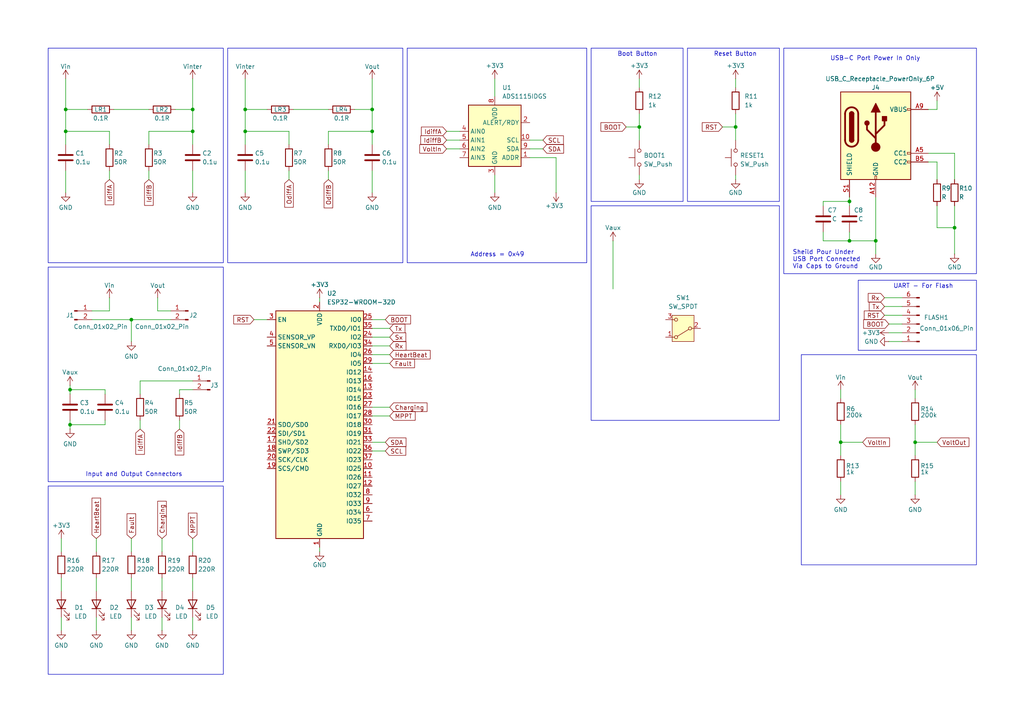
<source format=kicad_sch>
(kicad_sch (version 20250114) (generator "eeschema") (generator_version "9.0")
  (paper "A4")
  (lib_symbols
    (symbol "Analog_ADC:ADS1115IDGS"
      (property "Reference" "U" (at 2.54 13.97 0))
      (property "Value" "ADS1115IDGS" (at 7.62 11.43 0))
      (symbol "ADS1115IDGS_0_1"
        (rectangle (start -7.62 10.16) (end 7.62 -7.62) (stroke (width 0.254)) (fill (type background)))
      )
      (symbol "ADS1115IDGS_1_1"
        (pin input line (at -10.16 2.54 0) (length 2.54) (name "AIN0") (number "4"))
        (pin input line (at -10.16 0 0) (length 2.54) (name "AIN1") (number "5"))
        (pin input line (at -10.16 -2.54 0) (length 2.54) (name "AIN2") (number "6"))
        (pin input line (at -10.16 -5.08 0) (length 2.54) (name "AIN3") (number "7"))
        (pin power_in line (at 0 12.7 270) (length 2.54) (name "VDD") (number "8"))
        (pin power_in line (at 0 -10.16 90) (length 2.54) (name "GND") (number "3"))
        (pin output line (at 10.16 5.08 180) (length 2.54) (name "ALERT/RDY") (number "2"))
        (pin input line (at 10.16 0 180) (length 2.54) (name "SCL") (number "10"))
        (pin bidirectional line (at 10.16 -2.54 180) (length 2.54) (name "SDA") (number "9"))
        (pin input line (at 10.16 -5.08 180) (length 2.54) (name "ADDR") (number "1"))
      )
    )
    (symbol "Connector:Conn_01x02_Pin" (pin_names (offset 1.016) (hide yes))
      (property "Reference" "J" (at 0 2.54 0))
      (property "Value" "Conn_01x02_Pin" (at 0 -5.08 0))
      (symbol "Conn_01x02_Pin_1_1"
        (rectangle (start 0.8636 0.127) (end 0 -0.127) (stroke (width 0.1524)) (fill (type outline)))
        (rectangle (start 0.8636 -2.413) (end 0 -2.667) (stroke (width 0.1524)) (fill (type outline)))
        (polyline (pts (xy 1.27 0) (xy 0.8636 0)) (stroke (width 0.1524)))
        (polyline (pts (xy 1.27 -2.54) (xy 0.8636 -2.54)) (stroke (width 0.1524)))
        (pin passive line (at 5.08 0 180) (length 3.81) (name "Pin_1") (number "1"))
        (pin passive line (at 5.08 -2.54 180) (length 3.81) (name "Pin_2") (number "2"))
      )
    )
    (symbol "Connector:Conn_01x06_Pin" (pin_names (offset 1.016) (hide yes))
      (property "Reference" "J" (at 0 7.62 0))
      (property "Value" "Conn_01x06_Pin" (at 0 -10.16 0))
      (symbol "Conn_01x06_Pin_1_1"
        (rectangle (start 0.8636 5.207) (end 0 4.953) (stroke (width 0.1524)) (fill (type outline)))
        (rectangle (start 0.8636 2.667) (end 0 2.413) (stroke (width 0.1524)) (fill (type outline)))
        (rectangle (start 0.8636 0.127) (end 0 -0.127) (stroke (width 0.1524)) (fill (type outline)))
        (rectangle (start 0.8636 -2.413) (end 0 -2.667) (stroke (width 0.1524)) (fill (type outline)))
        (rectangle (start 0.8636 -4.953) (end 0 -5.207) (stroke (width 0.1524)) (fill (type outline)))
        (rectangle (start 0.8636 -7.493) (end 0 -7.747) (stroke (width 0.1524)) (fill (type outline)))
        (polyline (pts (xy 1.27 5.08) (xy 0.8636 5.08)) (stroke (width 0.1524)))
        (polyline (pts (xy 1.27 2.54) (xy 0.8636 2.54)) (stroke (width 0.1524)))
        (polyline (pts (xy 1.27 0) (xy 0.8636 0)) (stroke (width 0.1524)))
        (polyline (pts (xy 1.27 -2.54) (xy 0.8636 -2.54)) (stroke (width 0.1524)))
        (polyline (pts (xy 1.27 -5.08) (xy 0.8636 -5.08)) (stroke (width 0.1524)))
        (polyline (pts (xy 1.27 -7.62) (xy 0.8636 -7.62)) (stroke (width 0.1524)))
        (pin passive line (at 5.08 5.08 180) (length 3.81) (name "Pin_1") (number "1"))
        (pin passive line (at 5.08 2.54 180) (length 3.81) (name "Pin_2") (number "2"))
        (pin passive line (at 5.08 0 180) (length 3.81) (name "Pin_3") (number "3"))
        (pin passive line (at 5.08 -2.54 180) (length 3.81) (name "Pin_4") (number "4"))
        (pin passive line (at 5.08 -5.08 180) (length 3.81) (name "Pin_5") (number "5"))
        (pin passive line (at 5.08 -7.62 180) (length 3.81) (name "Pin_6") (number "6"))
      )
    )
    (symbol "Connector:USB_C_Receptacle_PowerOnly_6P" (pin_names (offset 1.016))
      (property "Reference" "J" (at 0 16.51 0))
      (property "Value" "USB_C_Receptacle_PowerOnly_6P" (at 0 13.97 0))
      (symbol "USB_C_Receptacle_PowerOnly_6P_0_0"
        (rectangle (start -0.254 -12.7) (end 0.254 -11.684))
        (rectangle (start 10.16 7.874) (end 9.144 7.366))
        (rectangle (start 10.16 -4.826) (end 9.144 -5.334))
        (rectangle (start 10.16 -7.366) (end 9.144 -7.874))
      )
      (symbol "USB_C_Receptacle_PowerOnly_6P_0_1"
        (rectangle (start -10.16 12.7) (end 10.16 -12.7) (stroke (width 0.254)) (fill (type background)))
        (polyline (pts (xy -8.89 -1.27) (xy -8.89 6.35)) (stroke (width 0.508)))
        (rectangle (start -7.62 -1.27) (end -6.35 6.35) (stroke (width 0.254)) (fill (type outline)))
        (arc (start -7.62 6.35) (mid -6.985 6.9823) (end -6.35 6.35) (stroke (width 0.254)))
        (arc (start -7.62 6.35) (mid -6.985 6.9823) (end -6.35 6.35) (stroke (width 0.254)) (fill (type outline)))
        (arc (start -8.89 6.35) (mid -6.985 8.2467) (end -5.08 6.35) (stroke (width 0.508)))
        (arc (start -5.08 -1.27) (mid -6.985 -3.1667) (end -8.89 -1.27) (stroke (width 0.508)))
        (arc (start -6.35 -1.27) (mid -6.985 -1.9023) (end -7.62 -1.27) (stroke (width 0.254)))
        (arc (start -6.35 -1.27) (mid -6.985 -1.9023) (end -7.62 -1.27) (stroke (width 0.254)) (fill (type outline)))
        (polyline (pts (xy -5.08 6.35) (xy -5.08 -1.27)) (stroke (width 0.508)))
        (circle (center -2.54 3.683) (radius 0.635) (stroke (width 0.254)) (fill (type outline)))
        (polyline (pts (xy -1.27 6.858) (xy 0 9.398) (xy 1.27 6.858) (xy -1.27 6.858)) (stroke (width 0.254)) (fill (type outline)))
        (polyline (pts (xy 0 0.508) (xy 2.54 3.048) (xy 2.54 4.318)) (stroke (width 0.508)))
        (polyline (pts (xy 0 -0.762) (xy -2.54 1.778) (xy -2.54 3.048)) (stroke (width 0.508)))
        (polyline (pts (xy 0 -3.302) (xy 0 6.858)) (stroke (width 0.508)))
        (circle (center 0 -3.302) (radius 1.27) (fill (type outline)))
        (rectangle (start 1.905 4.318) (end 3.175 5.588) (stroke (width 0.254)) (fill (type outline)))
      )
      (symbol "USB_C_Receptacle_PowerOnly_6P_1_1"
        (pin passive line (at -7.62 -17.78 90) (length 5.08) (name "SHIELD") (number "S1"))
        (pin passive line (at 0 -17.78 90) (length 5.08) (name "GND") (number "A12"))
        (pin passive line (at 0 -17.78 90) (length 5.08) (hide yes) (name "GND") (number "B12"))
        (pin passive line (at 15.24 7.62 180) (length 5.08) (name "VBUS") (number "A9"))
        (pin passive line (at 15.24 7.62 180) (length 5.08) (hide yes) (name "VBUS") (number "B9"))
        (pin bidirectional line (at 15.24 -5.08 180) (length 5.08) (name "CC1") (number "A5"))
        (pin bidirectional line (at 15.24 -7.62 180) (length 5.08) (name "CC2") (number "B5"))
      )
    )
    (symbol "Device:C" (pin_numbers (hide yes)) (pin_names (offset 0.254))
      (property "Reference" "C" (at 0.635 2.54 0))
      (property "Value" "C" (at 0.635 -2.54 0))
      (symbol "C_0_1"
        (polyline (pts (xy -2.032 0.762) (xy 2.032 0.762)) (stroke (width 0.508)))
        (polyline (pts (xy -2.032 -0.762) (xy 2.032 -0.762)) (stroke (width 0.508)))
      )
      (symbol "C_1_1"
        (pin passive line (at 0 3.81 270) (length 2.794) (name "~") (number "1"))
        (pin passive line (at 0 -3.81 90) (length 2.794) (name "~") (number "2"))
      )
    )
    (symbol "Device:LED" (pin_numbers (hide yes)) (pin_names (offset 1.016) (hide yes))
      (property "Reference" "D" (at 0 2.54 0))
      (property "Value" "LED" (at 0 -2.54 0))
      (symbol "LED_0_1"
        (polyline (pts (xy -3.048 -0.762) (xy -4.572 -2.286) (xy -3.81 -2.286) (xy -4.572 -2.286) (xy -4.572 -1.524)))
        (polyline (pts (xy -1.778 -0.762) (xy -3.302 -2.286) (xy -2.54 -2.286) (xy -3.302 -2.286) (xy -3.302 -1.524)))
        (polyline (pts (xy -1.27 0) (xy 1.27 0)))
        (polyline (pts (xy -1.27 -1.27) (xy -1.27 1.27)) (stroke (width 0.254)))
        (polyline (pts (xy 1.27 -1.27) (xy 1.27 1.27) (xy -1.27 0) (xy 1.27 -1.27)) (stroke (width 0.254)))
      )
      (symbol "LED_1_1"
        (pin passive line (at -3.81 0 0) (length 2.54) (name "K") (number "1"))
        (pin passive line (at 3.81 0 180) (length 2.54) (name "A") (number "2"))
      )
    )
    (symbol "Device:R" (pin_numbers (hide yes)) (pin_names (offset 0))
      (property "Reference" "R" (at 2.032 0 90))
      (property "Value" "R" (at 0 0 90))
      (symbol "R_0_1"
        (rectangle (start -1.016 -2.54) (end 1.016 2.54) (stroke (width 0.254)))
      )
      (symbol "R_1_1"
        (pin passive line (at 0 3.81 270) (length 1.27) (name "~") (number "1"))
        (pin passive line (at 0 -3.81 90) (length 1.27) (name "~") (number "2"))
      )
    )
    (symbol "RF_Module:ESP32-WROOM-32D"
      (property "Reference" "U" (at -12.7 34.29 0))
      (property "Value" "ESP32-WROOM-32D" (at 1.27 34.29 0))
      (symbol "ESP32-WROOM-32D_0_1"
        (rectangle (start -12.7 33.02) (end 12.7 -33.02) (stroke (width 0.254)) (fill (type background)))
      )
      (symbol "ESP32-WROOM-32D_1_1"
        (pin input line (at -15.24 30.48 0) (length 2.54) (name "EN") (number "3"))
        (pin input line (at -15.24 25.4 0) (length 2.54) (name "SENSOR_VP") (number "4"))
        (pin input line (at -15.24 22.86 0) (length 2.54) (name "SENSOR_VN") (number "5"))
        (pin bidirectional line (at -15.24 0 0) (length 2.54) (name "SDO/SD0") (number "21"))
        (pin bidirectional line (at -15.24 -2.54 0) (length 2.54) (name "SDI/SD1") (number "22"))
        (pin bidirectional line (at -15.24 -5.08 0) (length 2.54) (name "SHD/SD2") (number "17"))
        (pin bidirectional line (at -15.24 -7.62 0) (length 2.54) (name "SWP/SD3") (number "18"))
        (pin bidirectional line (at -15.24 -10.16 0) (length 2.54) (name "SCK/CLK") (number "20"))
        (pin bidirectional line (at -15.24 -12.7 0) (length 2.54) (name "SCS/CMD") (number "19"))
        (pin no_connect line (at -12.7 -27.94 0) (length 2.54) (hide yes) (name "NC") (number "32"))
        (pin power_in line (at 0 35.56 270) (length 2.54) (name "VDD") (number "2"))
        (pin power_in line (at 0 -35.56 90) (length 2.54) (name "GND") (number "1"))
        (pin passive line (at 0 -35.56 90) (length 2.54) (hide yes) (name "GND") (number "15"))
        (pin passive line (at 0 -35.56 90) (length 2.54) (hide yes) (name "GND") (number "38"))
        (pin passive line (at 0 -35.56 90) (length 2.54) (hide yes) (name "GND") (number "39"))
        (pin bidirectional line (at 15.24 30.48 180) (length 2.54) (name "IO0") (number "25"))
        (pin bidirectional line (at 15.24 27.94 180) (length 2.54) (name "TXD0/IO1") (number "35"))
        (pin bidirectional line (at 15.24 25.4 180) (length 2.54) (name "IO2") (number "24"))
        (pin bidirectional line (at 15.24 22.86 180) (length 2.54) (name "RXD0/IO3") (number "34"))
        (pin bidirectional line (at 15.24 20.32 180) (length 2.54) (name "IO4") (number "26"))
        (pin bidirectional line (at 15.24 17.78 180) (length 2.54) (name "IO5") (number "29"))
        (pin bidirectional line (at 15.24 15.24 180) (length 2.54) (name "IO12") (number "14"))
        (pin bidirectional line (at 15.24 12.7 180) (length 2.54) (name "IO13") (number "16"))
        (pin bidirectional line (at 15.24 10.16 180) (length 2.54) (name "IO14") (number "13"))
        (pin bidirectional line (at 15.24 7.62 180) (length 2.54) (name "IO15") (number "23"))
        (pin bidirectional line (at 15.24 5.08 180) (length 2.54) (name "IO16") (number "27"))
        (pin bidirectional line (at 15.24 2.54 180) (length 2.54) (name "IO17") (number "28"))
        (pin bidirectional line (at 15.24 0 180) (length 2.54) (name "IO18") (number "30"))
        (pin bidirectional line (at 15.24 -2.54 180) (length 2.54) (name "IO19") (number "31"))
        (pin bidirectional line (at 15.24 -5.08 180) (length 2.54) (name "IO21") (number "33"))
        (pin bidirectional line (at 15.24 -7.62 180) (length 2.54) (name "IO22") (number "36"))
        (pin bidirectional line (at 15.24 -10.16 180) (length 2.54) (name "IO23") (number "37"))
        (pin bidirectional line (at 15.24 -12.7 180) (length 2.54) (name "IO25") (number "10"))
        (pin bidirectional line (at 15.24 -15.24 180) (length 2.54) (name "IO26") (number "11"))
        (pin bidirectional line (at 15.24 -17.78 180) (length 2.54) (name "IO27") (number "12"))
        (pin bidirectional line (at 15.24 -20.32 180) (length 2.54) (name "IO32") (number "8"))
        (pin bidirectional line (at 15.24 -22.86 180) (length 2.54) (name "IO33") (number "9"))
        (pin input line (at 15.24 -25.4 180) (length 2.54) (name "IO34") (number "6"))
        (pin input line (at 15.24 -27.94 180) (length 2.54) (name "IO35") (number "7"))
      )
    )
    (symbol "Relay:JQC-3FF-005-1Z"
      (property "Reference" "K" (at 11.43 3.81 0))
      (property "Value" "JQC-3FF-005-1Z" (at 11.43 1.27 0))
      (symbol "JQC-3FF-005-1Z_0_0"
        (polyline (pts (xy 7.62 5.08) (xy 7.62 2.54) (xy 6.985 3.175) (xy 7.62 3.81)))
      )
      (symbol "JQC-3FF-005-1Z_0_1"
        (rectangle (start -10.16 5.08) (end 10.16 -5.08) (stroke (width 0.254)) (fill (type background)))
        (rectangle (start -8.255 1.905) (end -1.905 -1.905) (stroke (width 0.254)))
        (polyline (pts (xy -7.62 -1.905) (xy -2.54 1.905)) (stroke (width 0.254)))
        (polyline (pts (xy -5.08 5.08) (xy -5.08 1.905)))
        (polyline (pts (xy -5.08 -5.08) (xy -5.08 -1.905)))
        (polyline (pts (xy -1.905 0) (xy -1.27 0)) (stroke (width 0.254)))
        (polyline (pts (xy -0.635 0) (xy 0 0)) (stroke (width 0.254)))
        (polyline (pts (xy 0.635 0) (xy 1.27 0)) (stroke (width 0.254)))
        (polyline (pts (xy 1.905 0) (xy 2.54 0)) (stroke (width 0.254)))
        (polyline (pts (xy 2.54 5.08) (xy 2.54 2.54) (xy 3.175 3.175) (xy 2.54 3.81)) (fill (type outline)))
        (polyline (pts (xy 3.175 0) (xy 3.81 0)) (stroke (width 0.254)))
        (polyline (pts (xy 5.08 -2.54) (xy 3.175 3.81)) (stroke (width 0.508)))
        (polyline (pts (xy 5.08 -2.54) (xy 5.08 -5.08)))
      )
      (symbol "JQC-3FF-005-1Z_1_1"
        (pin passive line (at -5.08 7.62 270) (length 2.54) (name "~") (number "A1"))
        (pin passive line (at -5.08 -7.62 90) (length 2.54) (name "~") (number "A2"))
        (pin passive line (at 2.54 7.62 270) (length 2.54) (name "~") (number "12"))
        (pin passive line (at 5.08 -7.62 90) (length 2.54) (name "~") (number "11"))
        (pin passive line (at 7.62 7.62 270) (length 2.54) (name "~") (number "14"))
      )
    )
    (symbol "Switch:SW_Push" (pin_numbers (hide yes)) (pin_names (offset 1.016) (hide yes))
      (property "Reference" "SW" (at 1.27 2.54 0))
      (property "Value" "SW_Push" (at 0 -1.524 0))
      (symbol "SW_Push_0_1"
        (circle (center -2.032 0) (radius 0.508))
        (polyline (pts (xy 0 1.27) (xy 0 3.048)))
        (circle (center 2.032 0) (radius 0.508))
        (polyline (pts (xy 2.54 1.27) (xy -2.54 1.27)))
        (pin passive line (at -5.08 0 0) (length 2.54) (name "1") (number "1"))
        (pin passive line (at 5.08 0 180) (length 2.54) (name "2") (number "2"))
      )
    )
    (symbol "Switch:SW_SPDT" (pin_names (offset 0) (hide yes))
      (property "Reference" "SW" (at 0 5.08 0))
      (property "Value" "SW_SPDT" (at 0 -5.08 0))
      (symbol "SW_SPDT_0_1"
        (circle (center -2.032 0) (radius 0.4572))
        (polyline (pts (xy -1.651 0.254) (xy 1.651 2.286)))
        (circle (center 2.032 2.54) (radius 0.4572))
        (circle (center 2.032 -2.54) (radius 0.4572))
      )
      (symbol "SW_SPDT_1_1"
        (rectangle (start -3.175 3.81) (end 3.175 -3.81) (fill (type background)))
        (pin passive line (at -5.08 0 0) (length 2.54) (name "B") (number "2"))
        (pin passive line (at 5.08 2.54 180) (length 2.54) (name "A") (number "1"))
        (pin passive line (at 5.08 -2.54 180) (length 2.54) (name "C") (number "3"))
      )
    )
    (symbol "Transistor_BJT:BC817" (pin_names (offset 0) (hide yes))
      (property "Reference" "Q" (at 5.08 1.905 0))
      (property "Value" "BC817" (at 5.08 0 0))
      (symbol "BC817_0_1"
        (polyline (pts (xy -2.54 0) (xy 0.635 0)))
        (polyline (pts (xy 0.635 1.905) (xy 0.635 -1.905)) (stroke (width 0.508)))
        (circle (center 1.27 0) (radius 2.8194) (stroke (width 0.254)))
      )
      (symbol "BC817_1_1"
        (polyline (pts (xy 0.635 0.635) (xy 2.54 2.54)))
        (polyline (pts (xy 0.635 -0.635) (xy 2.54 -2.54)))
        (polyline (pts (xy 1.27 -1.778) (xy 1.778 -1.27) (xy 2.286 -2.286) (xy 1.27 -1.778)) (fill (type outline)))
        (pin input line (at -5.08 0 0) (length 2.54) (name "B") (number "1"))
        (pin passive line (at 2.54 5.08 270) (length 2.54) (name "C") (number "3"))
        (pin passive line (at 2.54 -5.08 90) (length 2.54) (name "E") (number "2"))
      )
    )
    (symbol "power:+3V3" (power) (pin_numbers (hide yes)) (pin_names (offset 0) (hide yes))
      (property "Value" "+3V3" (at 0 3.556 0))
      (symbol "+3V3_0_1"
        (polyline (pts (xy -0.762 1.27) (xy 0 2.54)))
        (polyline (pts (xy 0 2.54) (xy 0.762 1.27)))
        (polyline (pts (xy 0 0) (xy 0 2.54)))
      )
      (symbol "+3V3_1_1"
        (pin power_in line (at 0 0 90) (length 0) (name "~") (number "1"))
      )
    )
    (symbol "power:+5V" (power) (pin_names (offset 0))
      (property "Value" "+5V" (at 0 3.556 0))
      (symbol "+5V_0_1"
        (polyline (pts (xy -0.762 1.27) (xy 0 2.54)))
        (polyline (pts (xy 0 2.54) (xy 0.762 1.27)))
        (polyline (pts (xy 0 0) (xy 0 2.54)))
      )
      (symbol "+5V_1_1"
        (pin power_in line (at 0 0 90) (length 0) (hide yes) (name "+5V") (number "1"))
      )
    )
    (symbol "power:GND" (power) (pin_numbers (hide yes)) (pin_names (offset 0) (hide yes))
      (property "Value" "GND" (at 0 -3.81 0))
      (symbol "GND_0_1"
        (polyline (pts (xy 0 0) (xy 0 -1.27) (xy 1.27 -1.27) (xy 0 -2.54) (xy -1.27 -1.27) (xy 0 -1.27)))
      )
      (symbol "GND_1_1"
        (pin power_in line (at 0 0 270) (length 0) (name "~") (number "1"))
      )
    )
    (symbol "power:VAA" (power) (pin_numbers (hide yes)) (pin_names (offset 0) (hide yes))
      (property "Value" "VAA" (at 0 3.556 0))
      (symbol "VAA_0_1"
        (polyline (pts (xy -0.762 1.27) (xy 0 2.54)))
        (polyline (pts (xy 0 2.54) (xy 0.762 1.27)))
        (polyline (pts (xy 0 0) (xy 0 2.54)))
      )
      (symbol "VAA_1_1"
        (pin power_in line (at 0 0 90) (length 0) (name "~") (number "1"))
      )
    )
    (symbol "power:VBUS" (power) (pin_numbers (hide yes)) (pin_names (offset 0) (hide yes))
      (property "Value" "VBUS" (at 0 3.556 0))
      (symbol "VBUS_0_1"
        (polyline (pts (xy -0.762 1.27) (xy 0 2.54)))
        (polyline (pts (xy 0 2.54) (xy 0.762 1.27)))
        (polyline (pts (xy 0 0) (xy 0 2.54)))
      )
      (symbol "VBUS_1_1"
        (pin power_in line (at 0 0 90) (length 0) (name "~") (number "1"))
      )
    )
  )
  (rectangle (start 171.45 59.69) (end 226.06 121.92))
  (rectangle (start 13.97 77.47) (end 64.77 139.7))
  (rectangle (start 13.97 140.97) (end 64.77 195.58))
  (rectangle (start 171.45 13.97) (end 198.12 58.42))
  (rectangle (start 118.11 13.97) (end 170.18 76.2))
  (rectangle (start 232.41 102.87) (end 283.21 163.83))
  (rectangle (start 248.92 81.28) (end 283.21 101.6))
  (rectangle (start 13.97 13.97) (end 64.77 76.2))
  (rectangle (start 199.39 13.97) (end 226.06 58.42))
  (rectangle (start 66.04 13.97) (end 116.84 76.2))
  (rectangle (start 227.33 13.97) (end 283.21 79.375))
  (text "USB-C Port Power In Only" (at 240.792 17.78 0) (effects (font (size 1.27 1.27)) (justify left bottom)))
  (text "Address = 0x49" (at 144.272 73.914 0) (effects (font (size 1.27 1.27))))
  (text "Reset Button" (at 207.01 16.51 0) (effects (font (size 1.27 1.27)) (justify left bottom)))
  (text "UART - For Flash" (at 259.08 83.82 0) (effects (font (size 1.27 1.27)) (justify left bottom)))
  (text "Input and Output Connectors" (at 38.862 137.668 0) (effects (font (size 1.27 1.27))))
  (text "Boot Button" (at 179.07 16.51 0) (effects (font (size 1.27 1.27)) (justify left bottom)))
  (text "Sheild Pour Under\nUSB Port Connected\nVia Caps to Ground" (at 229.87 78.105 0) (effects (font (size 1.27 1.27)) (justify left bottom)))
  (junction (at 246.38 58.42))
  (junction (at 265.43 128.27))
  (junction (at 20.32 113.03))
  (junction (at 38.1 92.71))
  (junction (at 55.88 31.75))
  (junction (at 19.05 38.1))
  (junction (at 20.32 123.19))
  (junction (at 276.86 66.04))
  (junction (at 19.05 31.75))
  (junction (at 71.12 38.1))
  (junction (at 107.95 31.75))
  (junction (at 55.88 38.1))
  (junction (at 243.84 128.27))
  (junction (at 254 69.85))
  (junction (at 185.42 36.83))
  (junction (at 213.36 36.83))
  (junction (at 246.38 69.85))
  (junction (at 71.12 31.75))
  (junction (at 107.95 38.1))
  (wire (pts (xy 276.86 52.07) (xy 276.86 44.45)))
  (wire (pts (xy 107.95 38.1) (xy 107.95 41.91)))
  (wire (pts (xy 20.32 111.76) (xy 20.32 113.03)))
  (wire (pts (xy 238.76 58.42) (xy 238.76 59.69)))
  (wire (pts (xy 238.76 67.31) (xy 238.76 69.85)))
  (wire (pts (xy 257.81 96.52) (xy 261.62 96.52)))
  (wire (pts (xy 38.1 92.71) (xy 26.67 92.71)))
  (wire (pts (xy 153.67 40.64) (xy 157.48 40.64)))
  (wire (pts (xy 19.05 49.53) (xy 19.05 55.88)))
  (wire (pts (xy 40.64 121.92) (xy 40.64 124.46)))
  (wire (pts (xy 92.71 158.75) (xy 92.71 160.02)))
  (wire (pts (xy 27.94 167.64) (xy 27.94 171.45)))
  (wire (pts (xy 129.54 43.18) (xy 133.35 43.18)))
  (wire (pts (xy 185.42 50.8) (xy 185.42 52.07)))
  (wire (pts (xy -19.05 163.83) (xy -19.05 170.18)))
  (wire (pts (xy 243.84 128.27) (xy 250.19 128.27)))
  (wire (pts (xy 30.48 121.92) (xy 30.48 123.19)))
  (wire (pts (xy 265.43 139.7) (xy 265.43 143.51)))
  (wire (pts (xy 256.54 86.36) (xy 261.62 86.36)))
  (wire (pts (xy 271.78 52.07) (xy 271.78 46.99)))
  (wire (pts (xy 43.18 41.91) (xy 43.18 38.1)))
  (wire (pts (xy -30.48 158.75) (xy -26.67 158.75)))
  (wire (pts (xy 31.75 86.36) (xy 31.75 90.17)))
  (wire (pts (xy 243.84 139.7) (xy 243.84 143.51)))
  (wire (pts (xy 40.64 110.49) (xy 40.64 114.3)))
  (wire (pts (xy 52.07 121.92) (xy 52.07 124.46)))
  (wire (pts (xy 71.12 38.1) (xy 71.12 41.91)))
  (wire (pts (xy 55.88 49.53) (xy 55.88 55.88)))
  (wire (pts (xy 55.88 38.1) (xy 55.88 41.91)))
  (wire (pts (xy 71.12 49.53) (xy 71.12 55.88)))
  (wire (pts (xy 92.71 86.36) (xy 92.71 87.63)))
  (wire (pts (xy 27.94 179.07) (xy 27.94 182.88)))
  (wire (pts (xy 177.8 69.85) (xy 177.8 83.82)))
  (wire (pts (xy 209.55 36.83) (xy 213.36 36.83)))
  (wire (pts (xy 20.32 113.03) (xy 30.48 113.03)))
  (wire (pts (xy 256.54 91.44) (xy 261.62 91.44)))
  (wire (pts (xy 38.1 179.07) (xy 38.1 182.88)))
  (wire (pts (xy 38.1 99.06) (xy 38.1 92.71)))
  (wire (pts (xy 271.78 31.75) (xy 271.78 29.21)))
  (wire (pts (xy 265.43 113.03) (xy 265.43 115.57)))
  (wire (pts (xy 161.29 45.72) (xy 153.67 45.72)))
  (wire (pts (xy 55.88 31.75) (xy 55.88 38.1)))
  (wire (pts (xy 257.81 99.06) (xy 261.62 99.06)))
  (wire (pts (xy 46.99 179.07) (xy 46.99 182.88)))
  (wire (pts (xy 107.95 105.41) (xy 113.03 105.41)))
  (wire (pts (xy 27.94 156.21) (xy 27.94 160.02)))
  (wire (pts (xy 276.86 44.45) (xy 269.24 44.45)))
  (wire (pts (xy 265.43 128.27) (xy 271.78 128.27)))
  (wire (pts (xy -41.91 158.75) (xy -38.1 158.75)))
  (wire (pts (xy 254 57.15) (xy 254 69.85)))
  (wire (pts (xy 55.88 167.64) (xy 55.88 171.45)))
  (wire (pts (xy 55.88 156.21) (xy 55.88 160.02)))
  (wire (pts (xy 71.12 31.75) (xy 71.12 38.1)))
  (wire (pts (xy 185.42 33.02) (xy 185.42 36.83)))
  (wire (pts (xy 246.38 69.85) (xy 254 69.85)))
  (wire (pts (xy 55.88 22.86) (xy 55.88 31.75)))
  (wire (pts (xy 19.05 31.75) (xy 19.05 38.1)))
  (wire (pts (xy 95.25 41.91) (xy 95.25 38.1)))
  (wire (pts (xy 243.84 113.03) (xy 243.84 115.57)))
  (wire (pts (xy 50.8 31.75) (xy 55.88 31.75)))
  (wire (pts (xy 19.05 38.1) (xy 31.75 38.1)))
  (wire (pts (xy 213.36 33.02) (xy 213.36 36.83)))
  (wire (pts (xy 265.43 123.19) (xy 265.43 128.27)))
  (wire (pts (xy 271.78 46.99) (xy 269.24 46.99)))
  (wire (pts (xy 17.78 167.64) (xy 17.78 171.45)))
  (wire (pts (xy 107.95 102.87) (xy 113.03 102.87)))
  (wire (pts (xy 46.99 167.64) (xy 46.99 171.45)))
  (wire (pts (xy 102.87 31.75) (xy 107.95 31.75)))
  (wire (pts (xy 85.09 31.75) (xy 95.25 31.75)))
  (wire (pts (xy 265.43 128.27) (xy 265.43 132.08)))
  (wire (pts (xy -46.99 172.72) (xy -46.99 170.18)))
  (wire (pts (xy 17.78 156.21) (xy 17.78 160.02)))
  (wire (pts (xy 246.38 57.15) (xy 246.38 58.42)))
  (wire (pts (xy 181.61 36.83) (xy 185.42 36.83)))
  (wire (pts (xy 77.47 31.75) (xy 71.12 31.75)))
  (wire (pts (xy 38.1 156.21) (xy 38.1 160.02)))
  (wire (pts (xy 33.02 31.75) (xy 43.18 31.75)))
  (wire (pts (xy -19.05 148.59) (xy -19.05 153.67)))
  (wire (pts (xy 52.07 113.03) (xy 52.07 114.3)))
  (wire (pts (xy 161.29 55.88) (xy 161.29 45.72)))
  (wire (pts (xy 71.12 38.1) (xy 83.82 38.1)))
  (wire (pts (xy 153.67 43.18) (xy 157.48 43.18)))
  (wire (pts (xy 107.95 100.33) (xy 113.03 100.33)))
  (wire (pts (xy 45.72 90.17) (xy 49.53 90.17)))
  (wire (pts (xy 113.03 97.79) (xy 107.95 97.79)))
  (wire (pts (xy 43.18 38.1) (xy 55.88 38.1)))
  (wire (pts (xy 31.75 90.17) (xy 26.67 90.17)))
  (wire (pts (xy 238.76 58.42) (xy 246.38 58.42)))
  (wire (pts (xy 243.84 123.19) (xy 243.84 128.27)))
  (wire (pts (xy 246.38 58.42) (xy 246.38 59.69)))
  (wire (pts (xy 83.82 49.53) (xy 83.82 52.07)))
  (wire (pts (xy 30.48 114.3) (xy 30.48 113.03)))
  (wire (pts (xy 31.75 38.1) (xy 31.75 41.91)))
  (wire (pts (xy 107.95 120.65) (xy 113.03 120.65)))
  (wire (pts (xy 20.32 113.03) (xy 20.32 114.3)))
  (wire (pts (xy 20.32 123.19) (xy 20.32 124.46)))
  (wire (pts (xy 107.95 130.81) (xy 111.76 130.81)))
  (wire (pts (xy 83.82 38.1) (xy 83.82 41.91)))
  (wire (pts (xy 45.72 86.36) (xy 45.72 90.17)))
  (wire (pts (xy 43.18 49.53) (xy 43.18 52.07)))
  (wire (pts (xy 143.51 22.86) (xy 143.51 27.94)))
  (wire (pts (xy 17.78 179.07) (xy 17.78 182.88)))
  (wire (pts (xy 107.95 49.53) (xy 107.95 55.88)))
  (wire (pts (xy 185.42 36.83) (xy 185.42 40.64)))
  (wire (pts (xy 254 69.85) (xy 254 73.66)))
  (wire (pts (xy 213.36 36.83) (xy 213.36 40.64)))
  (wire (pts (xy 55.88 179.07) (xy 55.88 182.88)))
  (wire (pts (xy 107.95 31.75) (xy 107.95 38.1)))
  (wire (pts (xy 129.54 38.1) (xy 133.35 38.1)))
  (wire (pts (xy 25.4 31.75) (xy 19.05 31.75)))
  (wire (pts (xy 20.32 121.92) (xy 20.32 123.19)))
  (wire (pts (xy 129.54 40.64) (xy 133.35 40.64)))
  (wire (pts (xy 71.12 22.86) (xy 71.12 31.75)))
  (wire (pts (xy 276.86 66.04) (xy 276.86 73.66)))
  (wire (pts (xy 107.95 92.71) (xy 111.76 92.71)))
  (wire (pts (xy 271.78 66.04) (xy 276.86 66.04)))
  (wire (pts (xy 31.75 49.53) (xy 31.75 52.07)))
  (wire (pts (xy 55.88 113.03) (xy 52.07 113.03)))
  (wire (pts (xy 257.81 93.98) (xy 261.62 93.98)))
  (wire (pts (xy 95.25 49.53) (xy 95.25 52.07)))
  (wire (pts (xy 73.66 92.71) (xy 77.47 92.71)))
  (wire (pts (xy 213.36 50.8) (xy 213.36 52.07)))
  (wire (pts (xy 107.95 22.86) (xy 107.95 31.75)))
  (wire (pts (xy 143.51 50.8) (xy 143.51 55.88)))
  (wire (pts (xy 107.95 128.27) (xy 111.76 128.27)))
  (wire (pts (xy 269.24 31.75) (xy 271.78 31.75)))
  (wire (pts (xy 46.99 156.21) (xy 46.99 160.02)))
  (wire (pts (xy 38.1 92.71) (xy 49.53 92.71)))
  (wire (pts (xy 19.05 22.86) (xy 19.05 31.75)))
  (wire (pts (xy 19.05 38.1) (xy 19.05 41.91)))
  (wire (pts (xy 271.78 59.69) (xy 271.78 66.04)))
  (wire (pts (xy 238.76 69.85) (xy 246.38 69.85)))
  (wire (pts (xy 107.95 95.25) (xy 113.03 95.25)))
  (wire (pts (xy 185.42 22.86) (xy 185.42 25.4)))
  (wire (pts (xy 256.54 88.9) (xy 261.62 88.9)))
  (wire (pts (xy 213.36 22.86) (xy 213.36 25.4)))
  (wire (pts (xy 243.84 128.27) (xy 243.84 132.08)))
  (wire (pts (xy 276.86 59.69) (xy 276.86 66.04)))
  (wire (pts (xy 38.1 167.64) (xy 38.1 171.45)))
  (wire (pts (xy 30.48 123.19) (xy 20.32 123.19)))
  (wire (pts (xy 55.88 110.49) (xy 40.64 110.49)))
  (wire (pts (xy 246.38 67.31) (xy 246.38 69.85)))
  (wire (pts (xy 95.25 38.1) (xy 107.95 38.1)))
  (wire (pts (xy 107.95 118.11) (xy 113.03 118.11)))
  (global_label "SCL" (shape input) (at 157.48 40.64 0) (property "Intersheetrefs" "${INTERSHEET_REFS}" (effects (hide yes))))
  (global_label "Charging" (shape input) (at 113.03 118.11 0) (property "Intersheetrefs" "${INTERSHEET_REFS}" (effects (hide yes))))
  (global_label "IdiffB" (shape input) (at 43.18 52.07 270) (property "Intersheetrefs" "${INTERSHEET_REFS}" (effects (hide yes))))
  (global_label "BOOT" (shape input) (at 181.61 36.83 180) (property "Intersheetrefs" "${INTERSHEET_REFS}" (effects (hide yes))))
  (global_label "SCL" (shape input) (at 111.76 130.81 0) (property "Intersheetrefs" "${INTERSHEET_REFS}" (effects (hide yes))))
  (global_label "IdiffB" (shape input) (at 52.07 124.46 270) (property "Intersheetrefs" "${INTERSHEET_REFS}" (effects (hide yes))))
  (global_label "OdiffB" (shape input) (at 95.25 52.07 270) (property "Intersheetrefs" "${INTERSHEET_REFS}" (effects (hide yes))))
  (global_label "MPPT" (shape input) (at 55.88 156.21 90) (property "Intersheetrefs" "${INTERSHEET_REFS}" (effects (hide yes))))
  (global_label "VoltIn" (shape input) (at 250.19 128.27 0) (property "Intersheetrefs" "${INTERSHEET_REFS}" (effects (hide yes))))
  (global_label "Sx" (shape input) (at 113.03 97.79 0) (property "Intersheetrefs" "${INTERSHEET_REFS}" (effects (hide yes))))
  (global_label "HeartBeat" (shape input) (at 27.94 156.21 90) (property "Intersheetrefs" "${INTERSHEET_REFS}" (effects (hide yes))))
  (global_label "VoltOut" (shape input) (at 271.78 128.27 0) (property "Intersheetrefs" "${INTERSHEET_REFS}" (effects (hide yes))))
  (global_label "HeartBeat" (shape input) (at 113.03 102.87 0) (property "Intersheetrefs" "${INTERSHEET_REFS}" (effects (hide yes))))
  (global_label "MPPT" (shape input) (at 113.03 120.65 0) (property "Intersheetrefs" "${INTERSHEET_REFS}" (effects (hide yes))))
  (global_label "VoltIn" (shape input) (at 129.54 43.18 180) (property "Intersheetrefs" "${INTERSHEET_REFS}" (effects (hide yes))))
  (global_label "Rx" (shape input) (at 113.03 100.33 0) (property "Intersheetrefs" "${INTERSHEET_REFS}" (effects (hide yes))))
  (global_label "Range" (shape input) (at -41.91 158.75 180) (property "Intersheetrefs" "${INTERSHEET_REFS}" (effects (hide yes))))
  (global_label "IdiffA" (shape input) (at 129.54 38.1 180) (property "Intersheetrefs" "${INTERSHEET_REFS}" (effects (hide yes))))
  (global_label "RST" (shape input) (at 209.55 36.83 180) (property "Intersheetrefs" "${INTERSHEET_REFS}" (effects (hide yes))))
  (global_label "Tx" (shape input) (at 256.54 88.9 180) (property "Intersheetrefs" "${INTERSHEET_REFS}" (effects (hide yes))))
  (global_label "IdiffA" (shape input) (at 40.64 124.46 270) (property "Intersheetrefs" "${INTERSHEET_REFS}" (effects (hide yes))))
  (global_label "BOOT" (shape input) (at 111.76 92.71 0) (property "Intersheetrefs" "${INTERSHEET_REFS}" (effects (hide yes))))
  (global_label "SDA" (shape input) (at 157.48 43.18 0) (property "Intersheetrefs" "${INTERSHEET_REFS}" (effects (hide yes))))
  (global_label "OdiffA" (shape input) (at 83.82 52.07 270) (property "Intersheetrefs" "${INTERSHEET_REFS}" (effects (hide yes))))
  (global_label "SDA" (shape input) (at 111.76 128.27 0) (property "Intersheetrefs" "${INTERSHEET_REFS}" (effects (hide yes))))
  (global_label "RST" (shape input) (at 256.54 91.44 180) (property "Intersheetrefs" "${INTERSHEET_REFS}" (effects (hide yes))))
  (global_label "IdiffA" (shape input) (at 31.75 52.07 270) (property "Intersheetrefs" "${INTERSHEET_REFS}" (effects (hide yes))))
  (global_label "BOOT" (shape input) (at 257.81 93.98 180) (property "Intersheetrefs" "${INTERSHEET_REFS}" (effects (hide yes))))
  (global_label "Rx" (shape input) (at 256.54 86.36 180) (property "Intersheetrefs" "${INTERSHEET_REFS}" (effects (hide yes))))
  (global_label "Fault" (shape input) (at 113.03 105.41 0) (property "Intersheetrefs" "${INTERSHEET_REFS}" (effects (hide yes))))
  (global_label "Tx" (shape input) (at 113.03 95.25 0) (property "Intersheetrefs" "${INTERSHEET_REFS}" (effects (hide yes))))
  (global_label "Charging" (shape input) (at 46.99 156.21 90) (property "Intersheetrefs" "${INTERSHEET_REFS}" (effects (hide yes))))
  (global_label "IdiffB" (shape input) (at 129.54 40.64 180) (property "Intersheetrefs" "${INTERSHEET_REFS}" (effects (hide yes))))
  (global_label "RST" (shape input) (at 73.66 92.71 180) (property "Intersheetrefs" "${INTERSHEET_REFS}" (effects (hide yes))))
  (global_label "Fault" (shape input) (at 38.1 156.21 90) (property "Intersheetrefs" "${INTERSHEET_REFS}" (effects (hide yes))))
  (symbol (lib_id "power:GND") (at -46.99 172.72 0) (unit 1)
    (property "Reference" "#PWR03" (effects (hide yes)))
    (property "Value" "GND" (at -46.99 177.8 0))
    (property "Description" "Power symbol creates a global label with name \"GND\" , ground" (effects (hide yes)))
  )
  (symbol (lib_id "Device:R") (at 55.88 163.83 0) (unit 1)
    (property "Reference" "R20" (at 57.404 162.56 0) (effects (justify left)))
    (property "Value" "220R" (at 57.404 165.1 0) (effects (justify left)))
    (property "Footprint" "LED_SMD:LED_0805_2012Metric_Pad1.15x1.40mm_HandSolder" (effects (hide yes)))
    (property "Description" "Resistor" (effects (hide yes)))
  )
  (symbol (lib_id "Transistor_BJT:BC817") (at -21.59 158.75 0) (unit 1)
    (property "Reference" "Q1" (at -16.51 157.4799 0) (effects (justify left)))
    (property "Value" "BC817" (at -16.51 160.0199 0) (effects (justify left)))
    (property "Footprint" "Package_TO_SOT_SMD:SOT-23_Handsoldering" (effects (hide yes)))
    (property "Datasheet" "https://www.onsemi.com/pub/Collateral/BC818-D.pdf" (effects (hide yes)))
    (property "Description" "0.8A Ic, 45V Vce, NPN Transistor, SOT-23" (effects (hide yes)))
  )
  (symbol (lib_id "power:VAA") (at 19.05 22.86 0) (unit 1)
    (property "Reference" "#PWR01" (effects (hide yes)))
    (property "Value" "Vin" (at 19.05 19.304 0))
    (property "Description" "Power symbol creates a global label with name \"VAA\"" (effects (hide yes)))
  )
  (symbol (lib_id "Device:LED") (at 55.88 175.26 90) (unit 1)
    (property "Reference" "D5" (at 59.69 176.2125 90) (effects (justify right)))
    (property "Value" "LED" (at 59.69 178.7525 90) (effects (justify right)))
    (property "Footprint" "LED_SMD:LED_1206_3216Metric_Pad1.42x1.75mm_HandSolder" (effects (hide yes)))
  )
  (symbol (lib_id "Device:LED") (at 17.78 175.26 90) (unit 1)
    (property "Reference" "D1" (at 21.59 176.2125 90) (effects (justify right)))
    (property "Value" "LED" (at 21.59 178.7525 90) (effects (justify right)))
    (property "Footprint" "LED_SMD:LED_1206_3216Metric_Pad1.42x1.75mm_HandSolder" (effects (hide yes)))
  )
  (symbol (lib_id "power:GND") (at 71.12 55.88 0) (unit 1)
    (property "Reference" "#PWR013" (effects (hide yes)))
    (property "Value" "GND" (at 71.12 60.198 0))
    (property "Description" "Power symbol creates a global label with name \"GND\" , ground" (effects (hide yes)))
  )
  (symbol (lib_id "power:VBUS") (at 177.8 69.85 0) (unit 1)
    (property "Reference" "#PWR036" (effects (hide yes)))
    (property "Value" "Vaux" (at 177.8 66.04 0))
    (property "Description" "Power symbol creates a global label with name \"VBUS\"" (effects (hide yes)))
  )
  (symbol (lib_id "Device:R") (at 31.75 45.72 0) (unit 1)
    (property "Reference" "R2" (at 33.02 44.45 0) (effects (justify left)))
    (property "Value" "50R" (at 33.02 46.99 0) (effects (justify left)))
    (property "Description" "Resistor" (effects (hide yes)))
  )
  (symbol (lib_id "Device:LED") (at 46.99 175.26 90) (unit 1)
    (property "Reference" "D4" (at 50.8 176.2125 90) (effects (justify right)))
    (property "Value" "LED" (at 50.8 178.7525 90) (effects (justify right)))
    (property "Footprint" "LED_SMD:LED_1206_3216Metric_Pad1.42x1.75mm_HandSolder" (effects (hide yes)))
  )
  (symbol (lib_id "power:GND") (at 19.05 55.88 0) (unit 1)
    (property "Reference" "#PWR05" (effects (hide yes)))
    (property "Value" "GND" (at 19.05 60.198 0))
    (property "Description" "Power symbol creates a global label with name \"GND\" , ground" (effects (hide yes)))
  )
  (symbol (lib_id "Device:R") (at 81.28 31.75 90) (unit 1)
    (property "Reference" "LR3" (at 81.28 31.75 90))
    (property "Value" "0.1R" (at 81.28 34.29 90))
    (property "Description" "Resistor" (effects (hide yes)))
  )
  (symbol (lib_id "Switch:SW_Push") (at 213.36 45.72 90) (unit 1)
    (property "Reference" "RESET1" (at 214.63 45.085 90) (effects (justify right)))
    (property "Value" "SW_Push" (at 214.63 47.625 90) (effects (justify right)))
    (property "Footprint" "CustomLibrary:SwitchCustom" (effects (hide yes)))
  )
  (symbol (lib_id "power:GND") (at 92.71 160.02 0) (unit 1)
    (property "Reference" "#PWR031" (effects (hide yes)))
    (property "Value" "GND" (at 92.71 163.83 0))
  )
  (symbol (lib_id "Relay:JQC-3FF-005-1Z") (at -34.29 175.26 270) (unit 1)
    (property "Reference" "K1" (at -32.766 163.576 90) (effects (justify right)))
    (property "Value" "JQC-3FF-005-1Z" (at -25.654 187.198 90) (effects (justify right)))
    (property "Footprint" "Relay_THT:Relay_SPDT_Hongfa_JQC-3FF_0XX-1Z" (effects (hide yes)))
    (property "Datasheet" "https://www.digikey.com/htmldatasheets/production/2071105/0/0/1/JQC-3FF.pdf" (effects (hide yes)))
    (property "Description" "Subminiature High Power SPDT Relay, 5V Coil nom. 0.36W, 10A switching current, max 10A@277VAC/28VDC" (effects (hide yes)))
  )
  (symbol (lib_id "Device:R") (at 276.86 55.88 0) (unit 1)
    (property "Reference" "R10" (at 278.13 54.61 0) (effects (justify left)))
    (property "Value" "R" (at 278.13 57.15 0) (effects (justify left)))
    (property "Footprint" "Capacitor_SMD:C_0603_1608Metric_Pad1.08x0.95mm_HandSolder" (effects (hide yes)))
  )
  (symbol (lib_id "Device:C") (at 19.05 45.72 0) (unit 1)
    (property "Reference" "C1" (at 21.844 44.45 0) (effects (justify left)))
    (property "Value" "0.1u" (at 21.844 46.99 0) (effects (justify left)))
    (property "Footprint" "Capacitor_SMD:C_0603_1608Metric_Pad1.08x0.95mm_HandSolder" (effects (hide yes)))
    (property "Description" "Unpolarized capacitor" (effects (hide yes)))
  )
  (symbol (lib_id "power:VAA") (at 243.84 113.03 0) (unit 1)
    (property "Reference" "#PWR027" (effects (hide yes)))
    (property "Value" "Vin" (at 243.84 109.474 0))
    (property "Description" "Power symbol creates a global label with name \"VAA\"" (effects (hide yes)))
  )
  (symbol (lib_id "power:GND") (at 46.99 182.88 0) (unit 1)
    (property "Reference" "#PWR039" (effects (hide yes)))
    (property "Value" "GND" (at 46.99 187.198 0))
    (property "Description" "Power symbol creates a global label with name \"GND\" , ground" (effects (hide yes)))
  )
  (symbol (lib_id "power:VAA") (at 71.12 22.86 0) (unit 1)
    (property "Reference" "#PWR012" (effects (hide yes)))
    (property "Value" "Vinter" (at 71.12 19.304 0))
    (property "Description" "Power symbol creates a global label with name \"VAA\"" (effects (hide yes)))
  )
  (symbol (lib_id "Connector:USB_C_Receptacle_PowerOnly_6P") (at 254 39.37 0) (unit 1)
    (property "Reference" "J4" (at 254 25.4 0))
    (property "Value" "USB_C_Receptacle_PowerOnly_6P" (at 255.27 22.86 0))
    (property "Footprint" "CustomLibrary:USB-C Receptacle Power Only THT" (effects (hide yes)))
    (property "Datasheet" "https://www.usb.org/sites/default/files/documents/usb_type-c.zip" (effects (hide yes)))
  )
  (symbol (lib_id "power:GND") (at 17.78 182.88 0) (unit 1)
    (property "Reference" "#PWR034" (effects (hide yes)))
    (property "Value" "GND" (at 17.78 187.198 0))
    (property "Description" "Power symbol creates a global label with name \"GND\" , ground" (effects (hide yes)))
  )
  (symbol (lib_id "power:+3V3") (at -19.05 148.59 0) (unit 1)
    (property "Reference" "#PWR04" (effects (hide yes)))
    (property "Value" "+3V3" (at -19.05 144.78 0))
    (property "Description" "Power symbol creates a global label with name \"+3V3\"" (effects (hide yes)))
  )
  (symbol (lib_id "power:+3V3") (at 185.42 22.86 0) (unit 1)
    (property "Reference" "#PWR021" (effects (hide yes)))
    (property "Value" "+3V3" (at 185.42 19.05 0))
  )
  (symbol (lib_id "Device:R") (at 17.78 163.83 0) (unit 1)
    (property "Reference" "R16" (at 19.304 162.56 0) (effects (justify left)))
    (property "Value" "220R" (at 19.304 165.1 0) (effects (justify left)))
    (property "Footprint" "LED_SMD:LED_0805_2012Metric_Pad1.15x1.40mm_HandSolder" (effects (hide yes)))
    (property "Description" "Resistor" (effects (hide yes)))
  )
  (symbol (lib_id "Device:R") (at 46.99 31.75 90) (unit 1)
    (property "Reference" "LR2" (at 46.99 31.75 90))
    (property "Value" "0.1R" (at 46.99 34.29 90))
    (property "Description" "Resistor" (effects (hide yes)))
  )
  (symbol (lib_id "Device:R") (at 213.36 29.21 180) (unit 1)
    (property "Reference" "R11" (at 215.9 27.9399 0) (effects (justify right)))
    (property "Value" "1k" (at 215.9 30.4799 0) (effects (justify right)))
    (property "Footprint" "Resistor_SMD:R_0805_2012Metric_Pad1.20x1.40mm_HandSolder" (effects (hide yes)))
  )
  (symbol (lib_id "Device:C") (at 107.95 45.72 0) (unit 1)
    (property "Reference" "C6" (at 110.744 44.45 0) (effects (justify left)))
    (property "Value" "0.1u" (at 110.744 46.99 0) (effects (justify left)))
    (property "Footprint" "Capacitor_SMD:C_0603_1608Metric_Pad1.08x0.95mm_HandSolder" (effects (hide yes)))
    (property "Description" "Unpolarized capacitor" (effects (hide yes)))
  )
  (symbol (lib_id "power:+3V3") (at 17.78 156.21 0) (unit 1)
    (property "Reference" "#PWR033" (effects (hide yes)))
    (property "Value" "+3V3" (at 17.78 152.4 0))
    (property "Description" "Power symbol creates a global label with name \"+3V3\"" (effects (hide yes)))
  )
  (symbol (lib_id "power:+3V3") (at 161.29 55.88 180) (unit 1)
    (property "Reference" "#PWR018" (effects (hide yes)))
    (property "Value" "+3V3" (at 160.782 59.69 0))
    (property "Description" "Power symbol creates a global label with name \"+3V3\"" (effects (hide yes)))
  )
  (symbol (lib_id "power:GND") (at 276.86 73.66 0) (unit 1)
    (property "Reference" "#PWR035" (effects (hide yes)))
    (property "Value" "GND" (at 276.86 77.47 0))
  )
  (symbol (lib_id "power:GND") (at 38.1 99.06 0) (unit 1)
    (property "Reference" "#PWR07" (effects (hide yes)))
    (property "Value" "GND" (at 38.1 103.378 0))
    (property "Description" "Power symbol creates a global label with name \"GND\" , ground" (effects (hide yes)))
  )
  (symbol (lib_id "RF_Module:ESP32-WROOM-32D") (at 92.71 123.19 0) (unit 1)
    (property "Reference" "U2" (at 94.8533 85.09 0) (effects (justify left)))
    (property "Value" "ESP32-WROOM-32D" (at 94.8533 87.63 0) (effects (justify left)))
    (property "Footprint" "RF_Module:ESP32-WROOM-32D" (effects (hide yes)))
    (property "Datasheet" "https://www.espressif.com/sites/default/files/documentation/esp32-wroom-32d_esp32-wroom-32u_datasheet_en.pdf" (effects (hide yes)))
    (property "Description" "RF Module, ESP32-D0WD SoC, Wi-Fi 802.11b/g/n, Bluetooth, BLE, 32-bit, 2.7-3.6V, onboard antenna, SMD" (effects (hide yes)))
  )
  (symbol (lib_id "Switch:SW_SPDT") (at 198.12 95.25 180) (unit 1)
    (property "Reference" "SW1" (at 198.12 86.36 0))
    (property "Value" "SW_SPDT" (at 198.12 88.9 0))
    (property "Description" "Switch, single pole double throw" (effects (hide yes)))
  )
  (symbol (lib_id "power:VAA") (at 107.95 22.86 0) (unit 1)
    (property "Reference" "#PWR014" (effects (hide yes)))
    (property "Value" "Vout" (at 107.95 19.304 0))
    (property "Description" "Power symbol creates a global label with name \"VAA\"" (effects (hide yes)))
  )
  (symbol (lib_id "Connector:Conn_01x02_Pin") (at 21.59 90.17 0) (unit 1)
    (property "Reference" "J1" (at 20.32 91.44 0))
    (property "Value" "Conn_01x02_Pin" (at 29.21 94.742 0))
    (property "Description" "Generic connector, single row, 01x02, script generated" (effects (hide yes)))
  )
  (symbol (lib_id "Device:R") (at 243.84 119.38 0) (unit 1)
    (property "Reference" "R6" (at 245.364 118.618 0) (effects (justify left)))
    (property "Value" "200k" (at 245.364 120.396 0) (effects (justify left)))
    (property "Description" "Resistor" (effects (hide yes)))
  )
  (symbol (lib_id "power:GND") (at 38.1 182.88 0) (unit 1)
    (property "Reference" "#PWR038" (effects (hide yes)))
    (property "Value" "GND" (at 38.1 187.198 0))
    (property "Description" "Power symbol creates a global label with name \"GND\" , ground" (effects (hide yes)))
  )
  (symbol (lib_id "power:GND") (at 20.32 124.46 0) (unit 1)
    (property "Reference" "#PWR011" (effects (hide yes)))
    (property "Value" "GND" (at 20.32 128.778 0))
    (property "Description" "Power symbol creates a global label with name \"GND\" , ground" (effects (hide yes)))
  )
  (symbol (lib_id "Device:C") (at 55.88 45.72 0) (unit 1)
    (property "Reference" "C2" (at 58.674 44.45 0) (effects (justify left)))
    (property "Value" "0.1u" (at 58.674 46.99 0) (effects (justify left)))
    (property "Footprint" "Capacitor_SMD:C_0603_1608Metric_Pad1.08x0.95mm_HandSolder" (effects (hide yes)))
    (property "Description" "Unpolarized capacitor" (effects (hide yes)))
  )
  (symbol (lib_id "Device:R") (at -34.29 158.75 90) (unit 1)
    (property "Reference" "R1" (at -34.29 156.718 90))
    (property "Value" "330R" (at -34.29 158.75 90))
    (property "Footprint" "Resistor_SMD:R_0603_1608Metric_Pad0.98x0.95mm_HandSolder" (effects (hide yes)))
    (property "Description" "Resistor" (effects (hide yes)))
  )
  (symbol (lib_id "Device:C") (at 30.48 118.11 0) (unit 1)
    (property "Reference" "C4" (at 33.274 116.84 0) (effects (justify left)))
    (property "Value" "0.1u" (at 33.274 119.38 0) (effects (justify left)))
    (property "Footprint" "Capacitor_SMD:C_0603_1608Metric_Pad1.08x0.95mm_HandSolder" (effects (hide yes)))
    (property "Description" "Unpolarized capacitor" (effects (hide yes)))
  )
  (symbol (lib_id "power:+3V3") (at 92.71 86.36 0) (unit 1)
    (property "Reference" "#PWR032" (effects (hide yes)))
    (property "Value" "+3V3" (at 92.71 82.55 0))
  )
  (symbol (lib_id "Device:C") (at 238.76 63.5 0) (unit 1)
    (property "Reference" "C7" (at 240.03 60.96 0) (effects (justify left)))
    (property "Value" "C" (at 241.3 63.5 0) (effects (justify left)))
    (property "Footprint" "Capacitor_SMD:C_0603_1608Metric_Pad1.08x0.95mm_HandSolder" (effects (hide yes)))
  )
  (symbol (lib_id "power:+3V3") (at 257.81 96.52 90) (unit 1)
    (property "Reference" "#PWR025" (effects (hide yes)))
    (property "Value" "+3V3" (at 255.27 96.52 90) (effects (justify left)))
  )
  (symbol (lib_id "power:GND") (at 107.95 55.88 0) (unit 1)
    (property "Reference" "#PWR015" (effects (hide yes)))
    (property "Value" "GND" (at 107.95 60.198 0))
    (property "Description" "Power symbol creates a global label with name \"GND\" , ground" (effects (hide yes)))
  )
  (symbol (lib_id "Device:LED") (at 38.1 175.26 90) (unit 1)
    (property "Reference" "D3" (at 41.91 176.2125 90) (effects (justify right)))
    (property "Value" "LED" (at 41.91 178.7525 90) (effects (justify right)))
    (property "Footprint" "LED_SMD:LED_1206_3216Metric_Pad1.42x1.75mm_HandSolder" (effects (hide yes)))
  )
  (symbol (lib_id "power:VAA") (at 265.43 113.03 0) (unit 1)
    (property "Reference" "#PWR029" (effects (hide yes)))
    (property "Value" "Vout" (at 265.43 109.474 0))
    (property "Description" "Power symbol creates a global label with name \"VAA\"" (effects (hide yes)))
  )
  (symbol (lib_id "power:+3V3") (at 213.36 22.86 0) (unit 1)
    (property "Reference" "#PWR019" (effects (hide yes)))
    (property "Value" "+3V3" (at 213.36 19.05 0))
  )
  (symbol (lib_id "Device:LED") (at 27.94 175.26 90) (unit 1)
    (property "Reference" "D2" (at 31.75 176.2125 90) (effects (justify right)))
    (property "Value" "LED" (at 31.75 178.7525 90) (effects (justify right)))
    (property "Footprint" "LED_SMD:LED_1206_3216Metric_Pad1.42x1.75mm_HandSolder" (effects (hide yes)))
  )
  (symbol (lib_id "Device:R") (at 271.78 55.88 0) (unit 1)
    (property "Reference" "R9" (at 273.05 54.61 0) (effects (justify left)))
    (property "Value" "R" (at 273.05 57.15 0) (effects (justify left)))
    (property "Footprint" "Capacitor_SMD:C_0603_1608Metric_Pad1.08x0.95mm_HandSolder" (effects (hide yes)))
  )
  (symbol (lib_id "power:GND") (at 143.51 55.88 0) (unit 1)
    (property "Reference" "#PWR017" (effects (hide yes)))
    (property "Value" "GND" (at 143.51 60.198 0))
    (property "Description" "Power symbol creates a global label with name \"GND\" , ground" (effects (hide yes)))
  )
  (symbol (lib_id "Device:R") (at 83.82 45.72 0) (unit 1)
    (property "Reference" "R7" (at 85.09 44.45 0) (effects (justify left)))
    (property "Value" "50R" (at 85.09 46.99 0) (effects (justify left)))
    (property "Description" "Resistor" (effects (hide yes)))
  )
  (symbol (lib_id "power:GND") (at 265.43 143.51 0) (unit 1)
    (property "Reference" "#PWR030" (effects (hide yes)))
    (property "Value" "GND" (at 265.43 147.828 0))
    (property "Description" "Power symbol creates a global label with name \"GND\" , ground" (effects (hide yes)))
  )
  (symbol (lib_id "Device:R") (at 95.25 45.72 0) (unit 1)
    (property "Reference" "R8" (at 96.52 44.45 0) (effects (justify left)))
    (property "Value" "50R" (at 96.52 46.99 0) (effects (justify left)))
    (property "Description" "Resistor" (effects (hide yes)))
  )
  (symbol (lib_id "Device:C") (at 246.38 63.5 0) (unit 1)
    (property "Reference" "C8" (at 247.65 60.96 0) (effects (justify left)))
    (property "Value" "C" (at 248.92 63.5 0) (effects (justify left)))
    (property "Footprint" "Capacitor_SMD:C_0603_1608Metric_Pad1.08x0.95mm_HandSolder" (effects (hide yes)))
  )
  (symbol (lib_id "Device:R") (at 43.18 45.72 0) (unit 1)
    (property "Reference" "R3" (at 44.45 44.45 0) (effects (justify left)))
    (property "Value" "50R" (at 44.45 46.99 0) (effects (justify left)))
    (property "Description" "Resistor" (effects (hide yes)))
  )
  (symbol (lib_id "Analog_ADC:ADS1115IDGS") (at 143.51 40.64 0) (unit 1)
    (property "Reference" "U1" (at 145.6533 25.4 0) (effects (justify left)))
    (property "Value" "ADS1115IDGS" (at 145.6533 27.94 0) (effects (justify left)))
    (property "Footprint" "Package_SO:TSSOP-10_3x3mm_P0.5mm" (effects (hide yes)))
    (property "Datasheet" "http://www.ti.com/lit/ds/symlink/ads1113.pdf" (effects (hide yes)))
    (property "Description" "Ultra-Small, Low-Power, I2C-Compatible, 860-SPS, 16-Bit ADCs With Internal Reference, Oscillator, and Programmable Comparator, VSSOP-10" (effects (hide yes)))
  )
  (symbol (lib_id "Device:R") (at 52.07 118.11 0) (unit 1)
    (property "Reference" "R5" (at 53.34 116.84 0) (effects (justify left)))
    (property "Value" "50R" (at 53.34 119.38 0) (effects (justify left)))
    (property "Description" "Resistor" (effects (hide yes)))
  )
  (symbol (lib_id "power:GND") (at 243.84 143.51 0) (unit 1)
    (property "Reference" "#PWR028" (effects (hide yes)))
    (property "Value" "GND" (at 243.84 147.828 0))
    (property "Description" "Power symbol creates a global label with name \"GND\" , ground" (effects (hide yes)))
  )
  (symbol (lib_id "Device:R") (at 243.84 135.89 0) (unit 1)
    (property "Reference" "R13" (at 245.364 135.128 0) (effects (justify left)))
    (property "Value" "1k" (at 245.364 136.906 0) (effects (justify left)))
    (property "Description" "Resistor" (effects (hide yes)))
  )
  (symbol (lib_id "power:GND") (at 185.42 52.07 0) (unit 1)
    (property "Reference" "#PWR024" (effects (hide yes)))
    (property "Value" "GND" (at 185.42 55.88 0))
  )
  (symbol (lib_id "Switch:SW_Push") (at 185.42 45.72 90) (unit 1)
    (property "Reference" "BOOT1" (at 186.69 45.085 90) (effects (justify right)))
    (property "Value" "SW_Push" (at 186.69 47.625 90) (effects (justify right)))
    (property "Footprint" "CustomLibrary:SwitchCustom" (effects (hide yes)))
  )
  (symbol (lib_id "Device:C") (at 20.32 118.11 0) (unit 1)
    (property "Reference" "C3" (at 23.114 116.84 0) (effects (justify left)))
    (property "Value" "0.1u" (at 23.114 119.38 0) (effects (justify left)))
    (property "Footprint" "Capacitor_SMD:C_0603_1608Metric_Pad1.08x0.95mm_HandSolder" (effects (hide yes)))
    (property "Description" "Unpolarized capacitor" (effects (hide yes)))
  )
  (symbol (lib_id "Connector:Conn_01x02_Pin") (at 60.96 110.49 0) (mirror y) (unit 1)
    (property "Reference" "J3" (at 60.96 111.76 0) (effects (justify right)))
    (property "Value" "Conn_01x02_Pin" (at 45.72 106.934 0) (effects (justify right)))
    (property "Description" "Generic connector, single row, 01x02, script generated" (effects (hide yes)))
  )
  (symbol (lib_id "Connector:Conn_01x06_Pin") (at 266.7 93.98 180) (unit 1)
    (property "Reference" "FLASH1" (at 267.97 92.075 0) (effects (justify right)))
    (property "Value" "Conn_01x06_Pin" (at 266.7 95.25 0) (effects (justify right)))
    (property "Footprint" "Connector_PinHeader_2.54mm:PinHeader_2x03_P2.54mm_Vertical" (effects (hide yes)))
  )
  (symbol (lib_id "power:+3V3") (at 143.51 22.86 0) (unit 1)
    (property "Reference" "#PWR016" (effects (hide yes)))
    (property "Value" "+3V3" (at 143.51 19.05 0))
    (property "Description" "Power symbol creates a global label with name \"+3V3\"" (effects (hide yes)))
  )
  (symbol (lib_id "power:VBUS") (at 20.32 111.76 0) (unit 1)
    (property "Reference" "#PWR010" (effects (hide yes)))
    (property "Value" "Vaux" (at 20.32 107.95 0))
    (property "Description" "Power symbol creates a global label with name \"VBUS\"" (effects (hide yes)))
  )
  (symbol (lib_id "power:VAA") (at 55.88 22.86 0) (unit 1)
    (property "Reference" "#PWR02" (effects (hide yes)))
    (property "Value" "Vinter" (at 55.88 19.304 0))
    (property "Description" "Power symbol creates a global label with name \"VAA\"" (effects (hide yes)))
  )
  (symbol (lib_id "Device:R") (at 46.99 163.83 0) (unit 1)
    (property "Reference" "R19" (at 48.514 162.56 0) (effects (justify left)))
    (property "Value" "220R" (at 48.514 165.1 0) (effects (justify left)))
    (property "Footprint" "LED_SMD:LED_0805_2012Metric_Pad1.15x1.40mm_HandSolder" (effects (hide yes)))
    (property "Description" "Resistor" (effects (hide yes)))
  )
  (symbol (lib_id "power:GND") (at 27.94 182.88 0) (unit 1)
    (property "Reference" "#PWR037" (effects (hide yes)))
    (property "Value" "GND" (at 27.94 187.198 0))
    (property "Description" "Power symbol creates a global label with name \"GND\" , ground" (effects (hide yes)))
  )
  (symbol (lib_id "power:GND") (at 254 73.66 0) (unit 1)
    (property "Reference" "#PWR022" (effects (hide yes)))
    (property "Value" "GND" (at 254 77.47 0))
  )
  (symbol (lib_id "power:GND") (at 213.36 52.07 0) (unit 1)
    (property "Reference" "#PWR020" (effects (hide yes)))
    (property "Value" "GND" (at 213.36 55.88 0))
  )
  (symbol (lib_id "Device:C") (at 71.12 45.72 0) (unit 1)
    (property "Reference" "C5" (at 73.914 44.45 0) (effects (justify left)))
    (property "Value" "0.1u" (at 73.914 46.99 0) (effects (justify left)))
    (property "Footprint" "Capacitor_SMD:C_0603_1608Metric_Pad1.08x0.95mm_HandSolder" (effects (hide yes)))
    (property "Description" "Unpolarized capacitor" (effects (hide yes)))
  )
  (symbol (lib_id "power:VAA") (at 45.72 86.36 0) (unit 1)
    (property "Reference" "#PWR09" (effects (hide yes)))
    (property "Value" "Vout" (at 45.72 82.804 0))
    (property "Description" "Power symbol creates a global label with name \"VAA\"" (effects (hide yes)))
  )
  (symbol (lib_id "power:+5V") (at 271.78 29.21 0) (unit 1)
    (property "Reference" "#PWR023" (effects (hide yes)))
    (property "Value" "+5V" (at 271.78 25.4 0))
  )
  (symbol (lib_id "power:GND") (at 257.81 99.06 270) (unit 1)
    (property "Reference" "#PWR026" (effects (hide yes)))
    (property "Value" "GND" (at 252.73 99.06 90))
  )
  (symbol (lib_id "power:GND") (at 55.88 55.88 0) (unit 1)
    (property "Reference" "#PWR06" (effects (hide yes)))
    (property "Value" "GND" (at 55.88 60.198 0))
    (property "Description" "Power symbol creates a global label with name \"GND\" , ground" (effects (hide yes)))
  )
  (symbol (lib_id "Device:R") (at 38.1 163.83 0) (unit 1)
    (property "Reference" "R18" (at 39.624 162.56 0) (effects (justify left)))
    (property "Value" "220R" (at 39.624 165.1 0) (effects (justify left)))
    (property "Footprint" "LED_SMD:LED_0805_2012Metric_Pad1.15x1.40mm_HandSolder" (effects (hide yes)))
    (property "Description" "Resistor" (effects (hide yes)))
  )
  (symbol (lib_id "Device:R") (at 265.43 119.38 0) (unit 1)
    (property "Reference" "R14" (at 266.954 118.618 0) (effects (justify left)))
    (property "Value" "200k" (at 266.954 120.396 0) (effects (justify left)))
    (property "Description" "Resistor" (effects (hide yes)))
  )
  (symbol (lib_id "Device:R") (at 99.06 31.75 90) (unit 1)
    (property "Reference" "LR4" (at 99.06 31.75 90))
    (property "Value" "0.1R" (at 99.06 34.29 90))
    (property "Description" "Resistor" (effects (hide yes)))
  )
  (symbol (lib_id "Connector:Conn_01x02_Pin") (at 54.61 90.17 0) (mirror y) (unit 1)
    (property "Reference" "J2" (at 54.864 91.44 0) (effects (justify right)))
    (property "Value" "Conn_01x02_Pin" (at 39.116 94.742 0) (effects (justify right)))
    (property "Description" "Generic connector, single row, 01x02, script generated" (effects (hide yes)))
  )
  (symbol (lib_id "Device:R") (at 265.43 135.89 0) (unit 1)
    (property "Reference" "R15" (at 266.954 135.128 0) (effects (justify left)))
    (property "Value" "1k" (at 266.954 136.906 0) (effects (justify left)))
    (property "Description" "Resistor" (effects (hide yes)))
  )
  (symbol (lib_id "Device:R") (at 29.21 31.75 90) (unit 1)
    (property "Reference" "LR1" (at 29.21 31.75 90))
    (property "Value" "0.1R" (at 29.21 34.29 90))
    (property "Description" "Resistor" (effects (hide yes)))
  )
  (symbol (lib_id "power:GND") (at 55.88 182.88 0) (unit 1)
    (property "Reference" "#PWR040" (effects (hide yes)))
    (property "Value" "GND" (at 55.88 187.198 0))
    (property "Description" "Power symbol creates a global label with name \"GND\" , ground" (effects (hide yes)))
  )
  (symbol (lib_id "Device:R") (at 185.42 29.21 180) (unit 1)
    (property "Reference" "R12" (at 187.96 27.9399 0) (effects (justify right)))
    (property "Value" "1k" (at 187.96 30.4799 0) (effects (justify right)))
    (property "Footprint" "Resistor_SMD:R_0805_2012Metric_Pad1.20x1.40mm_HandSolder" (effects (hide yes)))
  )
  (symbol (lib_id "power:VAA") (at 31.75 86.36 0) (unit 1)
    (property "Reference" "#PWR08" (effects (hide yes)))
    (property "Value" "Vin" (at 31.75 82.804 0))
    (property "Description" "Power symbol creates a global label with name \"VAA\"" (effects (hide yes)))
  )
  (symbol (lib_id "Device:R") (at 27.94 163.83 0) (unit 1)
    (property "Reference" "R17" (at 29.464 162.56 0) (effects (justify left)))
    (property "Value" "220R" (at 29.464 165.1 0) (effects (justify left)))
    (property "Footprint" "LED_SMD:LED_0805_2012Metric_Pad1.15x1.40mm_HandSolder" (effects (hide yes)))
    (property "Description" "Resistor" (effects (hide yes)))
  )
  (symbol (lib_id "Device:R") (at 40.64 118.11 0) (unit 1)
    (property "Reference" "R4" (at 41.91 116.84 0) (effects (justify left)))
    (property "Value" "50R" (at 41.91 119.38 0) (effects (justify left)))
    (property "Description" "Resistor" (effects (hide yes)))
  )
)
</source>
